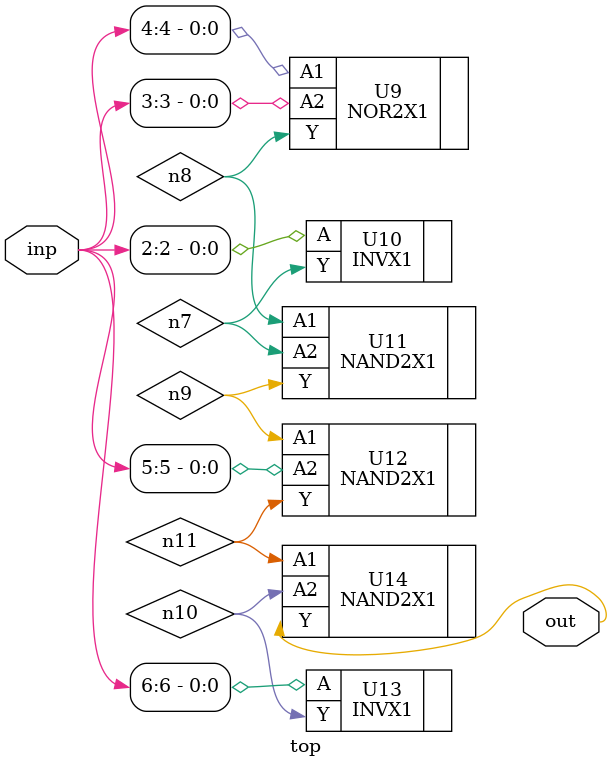
<source format=sv>


module top ( inp, out );
  input [6:0] inp;
  output out;
  wire   n7, n8, n9, n10, n11;

  NOR2X1 U9 ( .A1(inp[4]), .A2(inp[3]), .Y(n8) );
  INVX1 U10 ( .A(inp[2]), .Y(n7) );
  NAND2X1 U11 ( .A1(n8), .A2(n7), .Y(n9) );
  NAND2X1 U12 ( .A1(n9), .A2(inp[5]), .Y(n11) );
  INVX1 U13 ( .A(inp[6]), .Y(n10) );
  NAND2X1 U14 ( .A1(n11), .A2(n10), .Y(out) );
endmodule


</source>
